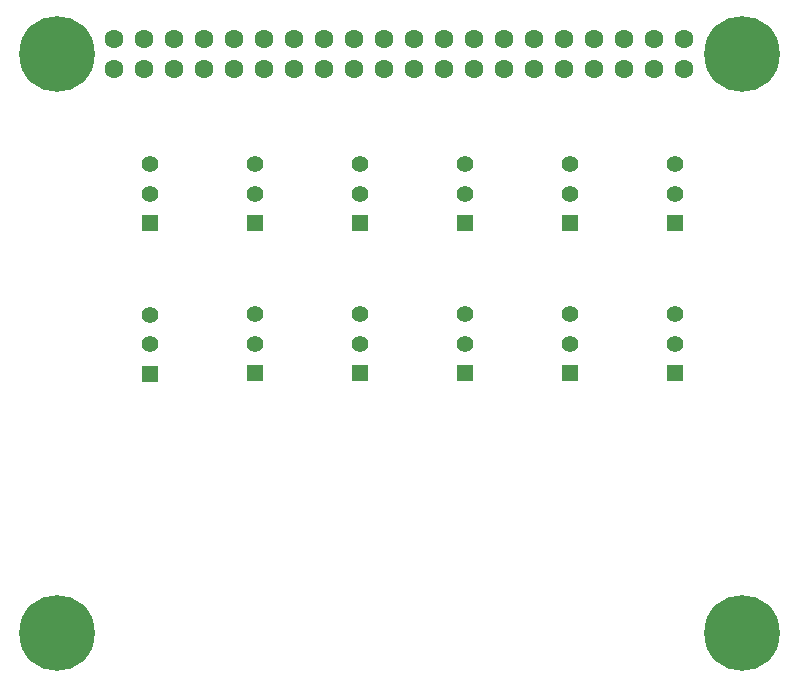
<source format=gts>
G04*
G04 #@! TF.GenerationSoftware,Altium Limited,Altium Designer,25.1.2 (22)*
G04*
G04 Layer_Color=8388736*
%FSLAX44Y44*%
%MOMM*%
G71*
G04*
G04 #@! TF.SameCoordinates,64B4FDAD-AF64-4148-92BB-00BBC35E7A55*
G04*
G04*
G04 #@! TF.FilePolarity,Negative*
G04*
G01*
G75*
%ADD13C,1.4000*%
%ADD14R,1.4000X1.4000*%
%ADD15C,1.6000*%
%ADD16C,6.4032*%
D13*
X558800Y431800D02*
D03*
Y406800D02*
D03*
X469900Y431800D02*
D03*
Y406800D02*
D03*
X381000Y304800D02*
D03*
Y279800D02*
D03*
X114300Y304400D02*
D03*
Y279400D02*
D03*
X203200Y304800D02*
D03*
Y279800D02*
D03*
X292100Y304800D02*
D03*
Y279800D02*
D03*
X558800Y304800D02*
D03*
Y279800D02*
D03*
X469900Y304800D02*
D03*
Y279800D02*
D03*
X114300Y431800D02*
D03*
Y406800D02*
D03*
X292100Y431800D02*
D03*
Y406800D02*
D03*
X381000Y431800D02*
D03*
Y406800D02*
D03*
X203200Y431800D02*
D03*
Y406800D02*
D03*
D14*
X558800Y381800D02*
D03*
X469900D02*
D03*
X381000Y254800D02*
D03*
X114300Y254400D02*
D03*
X203200Y254800D02*
D03*
X292100D02*
D03*
X558800D02*
D03*
X469900D02*
D03*
X114300Y381800D02*
D03*
X292100D02*
D03*
X381000D02*
D03*
X203200D02*
D03*
D15*
X83700Y537700D02*
D03*
X109100D02*
D03*
X134500D02*
D03*
X159900D02*
D03*
X185300D02*
D03*
X210700D02*
D03*
X236100D02*
D03*
X261500D02*
D03*
X286900D02*
D03*
X312300D02*
D03*
X337700D02*
D03*
X363100D02*
D03*
X388500D02*
D03*
X413900D02*
D03*
X439300D02*
D03*
X464700D02*
D03*
X490100D02*
D03*
X515500D02*
D03*
X540900D02*
D03*
X566300D02*
D03*
X83700Y512300D02*
D03*
X109100D02*
D03*
X134500D02*
D03*
X159900D02*
D03*
X185300D02*
D03*
X210700D02*
D03*
X236100D02*
D03*
X261500D02*
D03*
X286900D02*
D03*
X312300D02*
D03*
X337700D02*
D03*
X363100D02*
D03*
X388500D02*
D03*
X413900D02*
D03*
X439300D02*
D03*
X464700D02*
D03*
X490100D02*
D03*
X515500D02*
D03*
X540900D02*
D03*
X566300D02*
D03*
D16*
X615000Y525000D02*
D03*
X35000D02*
D03*
X615000Y35000D02*
D03*
X35000D02*
D03*
M02*

</source>
